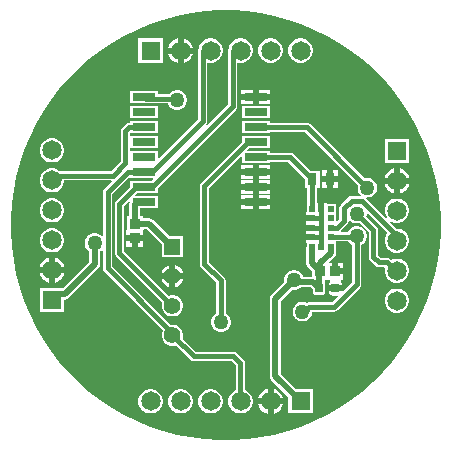
<source format=gtl>
G04*
G04 #@! TF.GenerationSoftware,Altium Limited,Altium Designer,25.8.1 (18)*
G04*
G04 Layer_Physical_Order=1*
G04 Layer_Color=255*
%FSLAX25Y25*%
%MOIN*%
G70*
G04*
G04 #@! TF.SameCoordinates,A6EE73D6-A97E-425F-8DD4-44423C1B3C0A*
G04*
G04*
G04 #@! TF.FilePolarity,Positive*
G04*
G01*
G75*
%ADD13R,0.07677X0.02559*%
%ADD14R,0.01968X0.01968*%
%ADD15R,0.03740X0.03740*%
G04:AMPARAMS|DCode=16|XSize=29.92mil|YSize=26mil|CornerRadius=3.25mil|HoleSize=0mil|Usage=FLASHONLY|Rotation=90.000|XOffset=0mil|YOffset=0mil|HoleType=Round|Shape=RoundedRectangle|*
%AMROUNDEDRECTD16*
21,1,0.02992,0.01950,0,0,90.0*
21,1,0.02342,0.02600,0,0,90.0*
1,1,0.00650,0.00975,0.01171*
1,1,0.00650,0.00975,-0.01171*
1,1,0.00650,-0.00975,-0.01171*
1,1,0.00650,-0.00975,0.01171*
%
%ADD16ROUNDEDRECTD16*%
%ADD17R,0.03740X0.03740*%
%ADD18R,0.03150X0.03937*%
%ADD32C,0.01968*%
%ADD33C,0.01500*%
%ADD34C,0.06496*%
%ADD35C,0.05512*%
%ADD36R,0.06496X0.06496*%
%ADD37R,0.06496X0.06496*%
%ADD38R,0.05512X0.05512*%
%ADD39C,0.05000*%
%ADD40C,0.15748*%
G36*
X400726Y386284D02*
X405375Y385672D01*
X409975Y384757D01*
X414505Y383543D01*
X418946Y382036D01*
X423279Y380241D01*
X427485Y378167D01*
X431547Y375822D01*
X435446Y373216D01*
X439167Y370361D01*
X442693Y367269D01*
X446009Y363953D01*
X449102Y360427D01*
X451957Y356706D01*
X454562Y352807D01*
X456907Y348745D01*
X458981Y344539D01*
X460776Y340206D01*
X462284Y335765D01*
X463497Y331235D01*
X464412Y326635D01*
X465025Y321985D01*
X465331Y317306D01*
Y312616D01*
X465025Y307936D01*
X464412Y303286D01*
X463497Y298686D01*
X462284Y294156D01*
X460776Y289715D01*
X458981Y285382D01*
X456907Y281176D01*
X454562Y277115D01*
X451957Y273215D01*
X449102Y269495D01*
X446009Y265968D01*
X442693Y262652D01*
X439167Y259560D01*
X435446Y256705D01*
X431547Y254099D01*
X427485Y251754D01*
X423279Y249680D01*
X418946Y247885D01*
X414505Y246378D01*
X409975Y245164D01*
X405375Y244249D01*
X400726Y243637D01*
X396046Y243330D01*
X391356D01*
X386676Y243637D01*
X382026Y244249D01*
X377427Y245164D01*
X372896Y246378D01*
X368456Y247885D01*
X364123Y249680D01*
X359916Y251754D01*
X355855Y254099D01*
X351955Y256705D01*
X348235Y259560D01*
X344708Y262652D01*
X341392Y265968D01*
X338300Y269495D01*
X335445Y273215D01*
X332839Y277115D01*
X330494Y281176D01*
X328420Y285382D01*
X326625Y289715D01*
X325118Y294156D01*
X323904Y298686D01*
X322989Y303286D01*
X322377Y307936D01*
X322070Y312616D01*
Y317306D01*
X322377Y321985D01*
X322989Y326635D01*
X323904Y331235D01*
X325118Y335765D01*
X326625Y340206D01*
X328420Y344539D01*
X330494Y348745D01*
X332839Y352807D01*
X335445Y356706D01*
X338300Y360427D01*
X341392Y363953D01*
X344709Y367269D01*
X348235Y370361D01*
X351955Y373216D01*
X355855Y375822D01*
X359916Y378167D01*
X364123Y380241D01*
X368455Y382036D01*
X372896Y383543D01*
X377427Y384757D01*
X382026Y385672D01*
X386676Y386284D01*
X391356Y386591D01*
X396046D01*
X400726Y386284D01*
D02*
G37*
%LPC*%
G36*
X379661Y377358D02*
Y374228D01*
X382791D01*
X382620Y374868D01*
X382061Y375837D01*
X381270Y376628D01*
X380301Y377187D01*
X379661Y377358D01*
D02*
G37*
G36*
X377661Y377358D02*
X377022Y377187D01*
X376053Y376628D01*
X375262Y375837D01*
X374703Y374868D01*
X374532Y374228D01*
X377661D01*
Y377358D01*
D02*
G37*
G36*
X419193Y377264D02*
X418130D01*
X417104Y376989D01*
X416184Y376458D01*
X415432Y375706D01*
X414901Y374786D01*
X414626Y373760D01*
Y372697D01*
X414901Y371671D01*
X415432Y370750D01*
X416184Y369999D01*
X417104Y369468D01*
X418130Y369193D01*
X419193D01*
X420219Y369468D01*
X421139Y369999D01*
X421891Y370750D01*
X422422Y371671D01*
X422697Y372697D01*
Y373760D01*
X422422Y374786D01*
X421891Y375706D01*
X421139Y376458D01*
X420219Y376989D01*
X419193Y377264D01*
D02*
G37*
G36*
X409193D02*
X408130D01*
X407104Y376989D01*
X406184Y376458D01*
X405432Y375706D01*
X404901Y374786D01*
X404626Y373760D01*
Y372697D01*
X404901Y371671D01*
X405432Y370750D01*
X406184Y369999D01*
X407104Y369468D01*
X408130Y369193D01*
X409193D01*
X410219Y369468D01*
X411139Y369999D01*
X411891Y370750D01*
X412422Y371671D01*
X412697Y372697D01*
Y373760D01*
X412422Y374786D01*
X411891Y375706D01*
X411139Y376458D01*
X410219Y376989D01*
X409193Y377264D01*
D02*
G37*
G36*
X399193D02*
X398130D01*
X397104Y376989D01*
X396184Y376458D01*
X395432Y375706D01*
X394901Y374786D01*
X394664Y373902D01*
X394615Y373828D01*
X394496Y373228D01*
Y355295D01*
X371744Y332543D01*
X371364Y332659D01*
X371352Y332718D01*
X387171Y348537D01*
X387511Y349046D01*
X387631Y349646D01*
Y369039D01*
X387908Y369252D01*
X388130Y369193D01*
X389193D01*
X390219Y369468D01*
X391139Y369999D01*
X391891Y370750D01*
X392422Y371671D01*
X392697Y372697D01*
Y373760D01*
X392422Y374786D01*
X391891Y375706D01*
X391139Y376458D01*
X390219Y376989D01*
X389193Y377264D01*
X388130D01*
X387104Y376989D01*
X386184Y376458D01*
X385432Y375706D01*
X384901Y374786D01*
X384664Y373902D01*
X384615Y373828D01*
X384495Y373228D01*
Y350295D01*
X371485Y337284D01*
X371161Y337418D01*
Y339744D01*
X361910D01*
X361839Y340065D01*
Y340289D01*
X361910Y340610D01*
X362189Y340610D01*
X371161D01*
Y344744D01*
X362189D01*
X361910Y344744D01*
X361839Y345065D01*
Y345289D01*
X361910Y345610D01*
X371161D01*
Y349744D01*
X361910D01*
Y349245D01*
X361597D01*
X360997Y349125D01*
X360488Y348786D01*
X359163Y347460D01*
X358823Y346952D01*
X358704Y346352D01*
Y336290D01*
X355467Y333054D01*
X338480D01*
X338305Y333229D01*
X337384Y333760D01*
X336358Y334035D01*
X335296D01*
X334269Y333760D01*
X333349Y333229D01*
X332598Y332478D01*
X332066Y331558D01*
X331791Y330531D01*
Y329469D01*
X332066Y328442D01*
X332598Y327522D01*
X333349Y326771D01*
X334269Y326240D01*
X335296Y325965D01*
X336358D01*
X337384Y326240D01*
X338305Y326771D01*
X339056Y327522D01*
X339587Y328442D01*
X339862Y329469D01*
Y329919D01*
X355591D01*
X355725Y329595D01*
X353222Y327093D01*
X352883Y326584D01*
X352763Y325984D01*
Y311436D01*
X352413Y311291D01*
X352018Y311686D01*
X351269Y312119D01*
X350433Y312343D01*
X349567D01*
X348731Y312119D01*
X347982Y311686D01*
X347369Y311074D01*
X346937Y310324D01*
X346713Y309488D01*
Y308622D01*
X346937Y307786D01*
X347369Y307037D01*
X347982Y306424D01*
X348194Y306302D01*
Y302717D01*
X339512Y294035D01*
X331791D01*
Y285965D01*
X339862D01*
Y290241D01*
X340079D01*
X340770Y290378D01*
X341356Y290770D01*
X351277Y300691D01*
X351669Y301277D01*
X351806Y301969D01*
Y306302D01*
X352018Y306424D01*
X352413Y306819D01*
X352763Y306674D01*
Y300787D01*
X352883Y300187D01*
X353222Y299679D01*
X372867Y280034D01*
X372682Y279714D01*
X372441Y278813D01*
Y277880D01*
X372682Y276979D01*
X373149Y276171D01*
X373809Y275511D01*
X374617Y275045D01*
X375518Y274803D01*
X376451D01*
X377129Y274985D01*
X381962Y270151D01*
X382471Y269812D01*
X383071Y269692D01*
X395659D01*
X397015Y268336D01*
Y260008D01*
X396184Y259528D01*
X395432Y258777D01*
X394901Y257857D01*
X394626Y256831D01*
Y255768D01*
X394901Y254742D01*
X395432Y253821D01*
X396184Y253070D01*
X397104Y252539D01*
X398130Y252264D01*
X399193D01*
X400219Y252539D01*
X401139Y253070D01*
X401891Y253821D01*
X402422Y254742D01*
X402697Y255768D01*
Y256831D01*
X402422Y257857D01*
X401891Y258777D01*
X401139Y259528D01*
X400219Y260060D01*
X400150Y260078D01*
Y268986D01*
X400031Y269586D01*
X399691Y270094D01*
X397417Y272368D01*
X396908Y272708D01*
X396308Y272827D01*
X383720D01*
X379346Y277202D01*
X379528Y277880D01*
Y278813D01*
X379286Y279714D01*
X378820Y280522D01*
X378160Y281182D01*
X377352Y281648D01*
X376451Y281890D01*
X375518D01*
X375461Y281874D01*
X355898Y301437D01*
Y325335D01*
X361560Y330996D01*
X361910Y330851D01*
Y330610D01*
X369354D01*
X369487Y330287D01*
X368945Y329744D01*
X361910D01*
Y327827D01*
X357159Y323077D01*
X356820Y322568D01*
X356700Y321969D01*
Y305906D01*
X356820Y305306D01*
X357159Y304797D01*
X372623Y289334D01*
X372441Y288655D01*
Y287722D01*
X372682Y286821D01*
X373149Y286013D01*
X373809Y285354D01*
X374617Y284887D01*
X375518Y284646D01*
X376451D01*
X377352Y284887D01*
X378160Y285354D01*
X378820Y286013D01*
X379286Y286821D01*
X379528Y287722D01*
Y288655D01*
X379286Y289557D01*
X378820Y290365D01*
X378160Y291024D01*
X377352Y291491D01*
X376451Y291732D01*
X375518D01*
X374839Y291550D01*
X359835Y306555D01*
Y321319D01*
X361397Y322881D01*
X361699Y322688D01*
X361579Y322087D01*
Y318209D01*
X360728D01*
Y313500D01*
X360516D01*
Y311630D01*
X366256D01*
Y313500D01*
X366505Y313745D01*
X367559D01*
X372441Y308863D01*
Y304331D01*
X379528D01*
Y311417D01*
X374995D01*
X369584Y316828D01*
X368998Y317220D01*
X368307Y317357D01*
X366043D01*
Y318209D01*
X365192D01*
Y320610D01*
X371161D01*
Y324744D01*
X363717D01*
X363583Y325067D01*
X364126Y325610D01*
X371161D01*
Y327527D01*
X397171Y353537D01*
X397511Y354046D01*
X397631Y354646D01*
Y369039D01*
X397908Y369252D01*
X398130Y369193D01*
X399193D01*
X400219Y369468D01*
X401139Y369999D01*
X401891Y370750D01*
X402422Y371671D01*
X402697Y372697D01*
Y373760D01*
X402422Y374786D01*
X401891Y375706D01*
X401139Y376458D01*
X400219Y376989D01*
X399193Y377264D01*
D02*
G37*
G36*
X372697D02*
X364626D01*
Y369193D01*
X372697D01*
Y377264D01*
D02*
G37*
G36*
X382791Y372228D02*
X379661D01*
Y369098D01*
X380301Y369270D01*
X381270Y369829D01*
X382061Y370620D01*
X382620Y371589D01*
X382791Y372228D01*
D02*
G37*
G36*
X377661D02*
X374532D01*
X374703Y371589D01*
X375262Y370620D01*
X376053Y369829D01*
X377022Y369270D01*
X377661Y369098D01*
Y372228D01*
D02*
G37*
G36*
X377992Y359980D02*
X377126D01*
X376290Y359756D01*
X375540Y359324D01*
X374970Y358753D01*
X371161D01*
Y359744D01*
X361910D01*
Y355610D01*
X371161D01*
Y355617D01*
X374444D01*
X374496Y355424D01*
X374928Y354674D01*
X375540Y354062D01*
X376290Y353629D01*
X377126Y353405D01*
X377992D01*
X378828Y353629D01*
X379578Y354062D01*
X380190Y354674D01*
X380622Y355424D01*
X380847Y356260D01*
Y357126D01*
X380622Y357962D01*
X380190Y358711D01*
X379578Y359324D01*
X378828Y359756D01*
X377992Y359980D01*
D02*
G37*
G36*
X408579Y359957D02*
X404740D01*
Y358677D01*
X408579D01*
Y359957D01*
D02*
G37*
G36*
X402740D02*
X398902D01*
Y358677D01*
X402740D01*
Y359957D01*
D02*
G37*
G36*
X408579Y356677D02*
X404740D01*
Y355398D01*
X408579D01*
Y356677D01*
D02*
G37*
G36*
X402740D02*
X398902D01*
Y355398D01*
X402740D01*
Y356677D01*
D02*
G37*
G36*
X408366Y354744D02*
X399114D01*
Y350610D01*
X408366D01*
Y354744D01*
D02*
G37*
G36*
X371161D02*
X361910D01*
Y350610D01*
X371161D01*
Y354744D01*
D02*
G37*
G36*
X336358Y344035D02*
X335296D01*
X334269Y343760D01*
X333349Y343229D01*
X332598Y342478D01*
X332066Y341558D01*
X331791Y340531D01*
Y339469D01*
X332066Y338442D01*
X332598Y337522D01*
X333349Y336771D01*
X334269Y336240D01*
X335296Y335965D01*
X336358D01*
X337384Y336240D01*
X338305Y336771D01*
X339056Y337522D01*
X339587Y338442D01*
X339862Y339469D01*
Y340531D01*
X339587Y341558D01*
X339056Y342478D01*
X338305Y343229D01*
X337384Y343760D01*
X336358Y344035D01*
D02*
G37*
G36*
X454823Y343878D02*
X446752D01*
Y335807D01*
X454823D01*
Y343878D01*
D02*
G37*
G36*
X408579Y334957D02*
X404740D01*
Y333677D01*
X408579D01*
Y334957D01*
D02*
G37*
G36*
X402740D02*
X398902D01*
Y333677D01*
X402740D01*
Y334957D01*
D02*
G37*
G36*
X431118Y333283D02*
X429543D01*
Y331315D01*
X431118D01*
Y333283D01*
D02*
G37*
G36*
X427543D02*
X425969D01*
Y331315D01*
X427543D01*
Y333283D01*
D02*
G37*
G36*
X451787Y333973D02*
Y330842D01*
X454917D01*
X454746Y331482D01*
X454187Y332451D01*
X453396Y333242D01*
X452427Y333801D01*
X451787Y333973D01*
D02*
G37*
G36*
X449787D02*
X449148Y333801D01*
X448179Y333242D01*
X447388Y332451D01*
X446829Y331482D01*
X446658Y330842D01*
X449787D01*
Y333973D01*
D02*
G37*
G36*
X408579Y331677D02*
X404740D01*
Y330398D01*
X408579D01*
Y331677D01*
D02*
G37*
G36*
X402740D02*
X398902D01*
Y330398D01*
X402740D01*
Y331677D01*
D02*
G37*
G36*
X408579Y329957D02*
X404740D01*
Y328677D01*
X408579D01*
Y329957D01*
D02*
G37*
G36*
X402740D02*
X398902D01*
Y328677D01*
X402740D01*
Y329957D01*
D02*
G37*
G36*
X431118Y329315D02*
X429543D01*
Y327346D01*
X431118D01*
Y329315D01*
D02*
G37*
G36*
X427543D02*
X425969D01*
Y327346D01*
X427543D01*
Y329315D01*
D02*
G37*
G36*
X454917Y328842D02*
X451787D01*
Y325713D01*
X452427Y325884D01*
X453396Y326443D01*
X454187Y327234D01*
X454746Y328203D01*
X454917Y328842D01*
D02*
G37*
G36*
X449787D02*
X446658D01*
X446829Y328203D01*
X447388Y327234D01*
X448179Y326443D01*
X449148Y325884D01*
X449787Y325713D01*
Y328842D01*
D02*
G37*
G36*
X408579Y326677D02*
X404740D01*
Y325398D01*
X408579D01*
Y326677D01*
D02*
G37*
G36*
X402740D02*
X398902D01*
Y325398D01*
X402740D01*
Y326677D01*
D02*
G37*
G36*
X408579Y324957D02*
X404740D01*
Y323677D01*
X408579D01*
Y324957D01*
D02*
G37*
G36*
X402740D02*
X398902D01*
Y323677D01*
X402740D01*
Y324957D01*
D02*
G37*
G36*
X408579Y321677D02*
X404740D01*
Y320398D01*
X408579D01*
Y321677D01*
D02*
G37*
G36*
X402740D02*
X398902D01*
Y320398D01*
X402740D01*
Y321677D01*
D02*
G37*
G36*
X408366Y349744D02*
X399114D01*
Y345610D01*
X408366D01*
Y346110D01*
X420178D01*
X437792Y328495D01*
X437657Y327992D01*
Y327126D01*
X437882Y326290D01*
X438314Y325540D01*
X438709Y325146D01*
X438564Y324796D01*
X435722D01*
X435122Y324676D01*
X434614Y324337D01*
X432043Y321766D01*
X431703Y321258D01*
X431584Y320658D01*
Y317150D01*
X430835Y316401D01*
X430512Y316535D01*
Y318701D01*
Y322244D01*
X427575D01*
Y322457D01*
X426591D01*
Y320472D01*
X424591D01*
Y322457D01*
X424107D01*
Y327559D01*
X425000D01*
Y333071D01*
X422099D01*
X416384Y338786D01*
X415875Y339125D01*
X415276Y339245D01*
X408366D01*
Y339744D01*
X400922D01*
X400788Y340068D01*
X401331Y340610D01*
X408366D01*
Y344744D01*
X399114D01*
Y342827D01*
X385506Y329219D01*
X385166Y328710D01*
X385047Y328110D01*
Y302127D01*
X385166Y301527D01*
X385506Y301019D01*
X390559Y295966D01*
Y285568D01*
X390107Y285308D01*
X389495Y284696D01*
X389063Y283946D01*
X388839Y283110D01*
Y282244D01*
X389063Y281408D01*
X389495Y280659D01*
X390107Y280047D01*
X390857Y279614D01*
X391693Y279390D01*
X392559D01*
X393395Y279614D01*
X394145Y280047D01*
X394757Y280659D01*
X395189Y281408D01*
X395413Y282244D01*
Y283110D01*
X395189Y283946D01*
X394757Y284696D01*
X394145Y285308D01*
X393693Y285568D01*
Y296615D01*
X393574Y297215D01*
X393234Y297724D01*
X388182Y302776D01*
Y327461D01*
X398791Y338070D01*
X399114Y337936D01*
Y335610D01*
X408366D01*
Y336110D01*
X414626D01*
X420276Y330460D01*
Y327559D01*
X420972D01*
Y322244D01*
X420669D01*
Y319307D01*
X420457D01*
Y318323D01*
X422441D01*
Y316323D01*
X420457D01*
Y315339D01*
Y315173D01*
X422441D01*
Y313173D01*
X420457D01*
Y312189D01*
Y312024D01*
X422441D01*
Y310024D01*
X420457D01*
Y309039D01*
X420669D01*
Y308049D01*
X420635Y307874D01*
Y302264D01*
X420772Y301572D01*
X421164Y300987D01*
X422441Y299709D01*
Y297869D01*
X419603D01*
X419574Y297979D01*
X419141Y298728D01*
X418529Y299341D01*
X417780Y299773D01*
X416944Y299997D01*
X416078D01*
X415242Y299773D01*
X414492Y299341D01*
X413880Y298728D01*
X413447Y297979D01*
X413223Y297143D01*
Y296277D01*
X413287Y296041D01*
X408959Y291713D01*
X408567Y291127D01*
X408430Y290435D01*
Y264724D01*
X408567Y264033D01*
X408959Y263447D01*
X414626Y257780D01*
Y252264D01*
X422697D01*
Y260335D01*
X417181D01*
X412043Y265473D01*
Y289687D01*
X415841Y293486D01*
X416078Y293423D01*
X416944D01*
X417780Y293647D01*
X418529Y294079D01*
X418707Y294257D01*
X422086D01*
X422694Y293649D01*
Y292923D01*
X422780Y292489D01*
X423026Y292122D01*
X423394Y291876D01*
X423828Y291789D01*
X425778D01*
X426212Y291876D01*
X426580Y292122D01*
X426826Y292489D01*
X426912Y292923D01*
Y295266D01*
X426826Y295700D01*
X426757Y295803D01*
Y296949D01*
X427150D01*
Y296736D01*
X428526D01*
X428632Y296386D01*
X428385Y296221D01*
X428092Y295782D01*
X427989Y295266D01*
Y295094D01*
X430315D01*
X432641D01*
Y295266D01*
X432538Y295782D01*
X432245Y296221D01*
X431998Y296386D01*
X432104Y296736D01*
X432890D01*
Y298606D01*
X430020D01*
Y299606D01*
X429020D01*
Y302476D01*
X428439D01*
X428305Y302800D01*
X430018Y304513D01*
X430409Y305099D01*
X430547Y305790D01*
Y307874D01*
X430512Y308049D01*
Y309653D01*
X434624D01*
X434771Y309399D01*
X435383Y308787D01*
X435834Y308526D01*
Y295925D01*
X432991Y293082D01*
X432960Y293094D01*
X430315D01*
X427989D01*
Y292923D01*
X428092Y292406D01*
X428385Y291968D01*
X428823Y291675D01*
X429340Y291572D01*
X430987D01*
X431132Y291223D01*
X429272Y289363D01*
X421583D01*
X420983Y289244D01*
X420820Y289134D01*
X420560Y289284D01*
X419724Y289508D01*
X418859D01*
X418022Y289284D01*
X417273Y288851D01*
X416661Y288239D01*
X416228Y287489D01*
X416004Y286653D01*
Y285788D01*
X416228Y284952D01*
X416661Y284202D01*
X417273Y283590D01*
X418022Y283157D01*
X418859Y282933D01*
X419724D01*
X420560Y283157D01*
X421310Y283590D01*
X421922Y284202D01*
X422355Y284952D01*
X422579Y285788D01*
Y286228D01*
X429921D01*
X430521Y286347D01*
X431030Y286687D01*
X438510Y294167D01*
X438850Y294676D01*
X438969Y295276D01*
Y308526D01*
X439420Y308787D01*
X440032Y309399D01*
X440465Y310148D01*
X440689Y310984D01*
Y311850D01*
X440465Y312686D01*
X440032Y313436D01*
X439420Y314048D01*
X438670Y314481D01*
X437834Y314705D01*
X436969D01*
X436133Y314481D01*
X435383Y314048D01*
X434771Y313436D01*
X434397Y312788D01*
X432109D01*
X432006Y313138D01*
X434260Y315392D01*
X434600Y315900D01*
X434708Y316447D01*
X434859Y316533D01*
X435069Y316581D01*
X435383Y316267D01*
X436133Y315834D01*
X436969Y315610D01*
X437834D01*
X438337Y315745D01*
X441346Y312737D01*
Y304479D01*
X441465Y303879D01*
X441805Y303370D01*
X443645Y301530D01*
X444154Y301190D01*
X444754Y301071D01*
X446592D01*
X446852Y300749D01*
X446752Y300374D01*
Y299311D01*
X447027Y298285D01*
X447558Y297365D01*
X448310Y296613D01*
X449230Y296082D01*
X450256Y295807D01*
X451319D01*
X452345Y296082D01*
X453265Y296613D01*
X454017Y297365D01*
X454548Y298285D01*
X454823Y299311D01*
Y300374D01*
X454548Y301400D01*
X454017Y302320D01*
X453265Y303072D01*
X452345Y303603D01*
X451319Y303878D01*
X450256D01*
X449230Y303603D01*
X448886Y303404D01*
X448543Y303747D01*
X448034Y304087D01*
X447435Y304206D01*
X445403D01*
X444481Y305128D01*
Y313386D01*
X444362Y313986D01*
X444022Y314494D01*
X440554Y317962D01*
X440689Y318465D01*
Y318909D01*
X441039Y319054D01*
X447665Y312427D01*
X447558Y312320D01*
X447027Y311400D01*
X446752Y310374D01*
Y309311D01*
X447027Y308285D01*
X447558Y307365D01*
X448310Y306613D01*
X449230Y306082D01*
X450256Y305807D01*
X451319D01*
X452345Y306082D01*
X453265Y306613D01*
X454017Y307365D01*
X454548Y308285D01*
X454823Y309311D01*
Y310374D01*
X454548Y311400D01*
X454017Y312320D01*
X453265Y313072D01*
X452345Y313603D01*
X451319Y313878D01*
X450648D01*
X448328Y316199D01*
X448542Y316479D01*
X449230Y316082D01*
X450256Y315807D01*
X451319D01*
X452345Y316082D01*
X453265Y316613D01*
X454017Y317365D01*
X454548Y318285D01*
X454823Y319311D01*
Y320374D01*
X454548Y321400D01*
X454017Y322320D01*
X453265Y323072D01*
X452345Y323603D01*
X451319Y323878D01*
X450256D01*
X449230Y323603D01*
X448310Y323072D01*
X447558Y322320D01*
X447027Y321400D01*
X446752Y320374D01*
Y319311D01*
X447027Y318285D01*
X447424Y317598D01*
X447144Y317383D01*
X440605Y323922D01*
X440750Y324272D01*
X441378D01*
X442214Y324496D01*
X442963Y324928D01*
X443575Y325540D01*
X444008Y326290D01*
X444232Y327126D01*
Y327992D01*
X444008Y328828D01*
X443575Y329578D01*
X442963Y330190D01*
X442214Y330622D01*
X441378Y330847D01*
X440512D01*
X440009Y330712D01*
X421935Y348786D01*
X421427Y349125D01*
X420827Y349245D01*
X408366D01*
Y349744D01*
D02*
G37*
G36*
X336358Y324035D02*
X335296D01*
X334269Y323760D01*
X333349Y323229D01*
X332598Y322478D01*
X332066Y321558D01*
X331791Y320531D01*
Y319469D01*
X332066Y318442D01*
X332598Y317522D01*
X333349Y316771D01*
X334269Y316240D01*
X335296Y315965D01*
X336358D01*
X337384Y316240D01*
X338305Y316771D01*
X339056Y317522D01*
X339587Y318442D01*
X339862Y319469D01*
Y320531D01*
X339587Y321558D01*
X339056Y322478D01*
X338305Y323229D01*
X337384Y323760D01*
X336358Y324035D01*
D02*
G37*
G36*
X366256Y309630D02*
X364386D01*
Y307760D01*
X366256D01*
Y309630D01*
D02*
G37*
G36*
X362386D02*
X360516D01*
Y307760D01*
X362386D01*
Y309630D01*
D02*
G37*
G36*
X336358Y314035D02*
X335296D01*
X334269Y313760D01*
X333349Y313229D01*
X332598Y312478D01*
X332066Y311558D01*
X331791Y310531D01*
Y309469D01*
X332066Y308442D01*
X332598Y307522D01*
X333349Y306771D01*
X334269Y306240D01*
X335296Y305965D01*
X336358D01*
X337384Y306240D01*
X338305Y306771D01*
X339056Y307522D01*
X339587Y308442D01*
X339862Y309469D01*
Y310531D01*
X339587Y311558D01*
X339056Y312478D01*
X338305Y313229D01*
X337384Y313760D01*
X336358Y314035D01*
D02*
G37*
G36*
X336827Y304130D02*
Y301000D01*
X339957D01*
X339785Y301640D01*
X339226Y302608D01*
X338435Y303399D01*
X337466Y303959D01*
X336827Y304130D01*
D02*
G37*
G36*
X334827Y304130D02*
X334187Y303959D01*
X333218Y303399D01*
X332428Y302608D01*
X331868Y301640D01*
X331697Y301000D01*
X334827D01*
Y304130D01*
D02*
G37*
G36*
X432890Y302476D02*
X431020D01*
Y300606D01*
X432890D01*
Y302476D01*
D02*
G37*
G36*
X376984Y301652D02*
Y299031D01*
X379605D01*
X379484Y299481D01*
X378990Y300338D01*
X378290Y301037D01*
X377434Y301531D01*
X376984Y301652D01*
D02*
G37*
G36*
X374984Y301652D02*
X374535Y301531D01*
X373678Y301037D01*
X372979Y300338D01*
X372484Y299481D01*
X372364Y299031D01*
X374984D01*
Y301652D01*
D02*
G37*
G36*
X334827Y299000D02*
X331697D01*
X331868Y298360D01*
X332428Y297392D01*
X333218Y296601D01*
X334187Y296041D01*
X334827Y295870D01*
Y299000D01*
D02*
G37*
G36*
X339957D02*
X336827D01*
Y295870D01*
X337466Y296041D01*
X338435Y296601D01*
X339226Y297392D01*
X339785Y298360D01*
X339957Y299000D01*
D02*
G37*
G36*
X374984Y297031D02*
X372364D01*
X372484Y296582D01*
X372979Y295725D01*
X373678Y295026D01*
X374535Y294532D01*
X374984Y294411D01*
Y297031D01*
D02*
G37*
G36*
X379605D02*
X376984D01*
Y294411D01*
X377434Y294532D01*
X378290Y295026D01*
X378990Y295725D01*
X379484Y296582D01*
X379605Y297031D01*
D02*
G37*
G36*
X451319Y293878D02*
X450256D01*
X449230Y293603D01*
X448310Y293072D01*
X447558Y292320D01*
X447027Y291400D01*
X446752Y290374D01*
Y289311D01*
X447027Y288285D01*
X447558Y287365D01*
X448310Y286613D01*
X449230Y286082D01*
X450256Y285807D01*
X451319D01*
X452345Y286082D01*
X453265Y286613D01*
X454017Y287365D01*
X454548Y288285D01*
X454823Y289311D01*
Y290374D01*
X454548Y291400D01*
X454017Y292320D01*
X453265Y293072D01*
X452345Y293603D01*
X451319Y293878D01*
D02*
G37*
G36*
X409661Y260429D02*
Y257299D01*
X412791D01*
X412620Y257939D01*
X412061Y258908D01*
X411270Y259699D01*
X410301Y260258D01*
X409661Y260429D01*
D02*
G37*
G36*
X407661D02*
X407022Y260258D01*
X406053Y259699D01*
X405262Y258908D01*
X404703Y257939D01*
X404531Y257299D01*
X407661D01*
Y260429D01*
D02*
G37*
G36*
X389193Y260335D02*
X388130D01*
X387104Y260060D01*
X386184Y259528D01*
X385432Y258777D01*
X384901Y257857D01*
X384626Y256831D01*
Y255768D01*
X384901Y254742D01*
X385432Y253821D01*
X386184Y253070D01*
X387104Y252539D01*
X388130Y252264D01*
X389193D01*
X390219Y252539D01*
X391139Y253070D01*
X391891Y253821D01*
X392422Y254742D01*
X392697Y255768D01*
Y256831D01*
X392422Y257857D01*
X391891Y258777D01*
X391139Y259528D01*
X390219Y260060D01*
X389193Y260335D01*
D02*
G37*
G36*
X379193D02*
X378130D01*
X377104Y260060D01*
X376184Y259528D01*
X375432Y258777D01*
X374901Y257857D01*
X374626Y256831D01*
Y255768D01*
X374901Y254742D01*
X375432Y253821D01*
X376184Y253070D01*
X377104Y252539D01*
X378130Y252264D01*
X379193D01*
X380219Y252539D01*
X381139Y253070D01*
X381891Y253821D01*
X382422Y254742D01*
X382697Y255768D01*
Y256831D01*
X382422Y257857D01*
X381891Y258777D01*
X381139Y259528D01*
X380219Y260060D01*
X379193Y260335D01*
D02*
G37*
G36*
X369193D02*
X368130D01*
X367104Y260060D01*
X366184Y259528D01*
X365432Y258777D01*
X364901Y257857D01*
X364626Y256831D01*
Y255768D01*
X364901Y254742D01*
X365432Y253821D01*
X366184Y253070D01*
X367104Y252539D01*
X368130Y252264D01*
X369193D01*
X370219Y252539D01*
X371139Y253070D01*
X371891Y253821D01*
X372422Y254742D01*
X372697Y255768D01*
Y256831D01*
X372422Y257857D01*
X371891Y258777D01*
X371139Y259528D01*
X370219Y260060D01*
X369193Y260335D01*
D02*
G37*
G36*
X412791Y255299D02*
X409661D01*
Y252169D01*
X410301Y252341D01*
X411270Y252900D01*
X412061Y253691D01*
X412620Y254660D01*
X412791Y255299D01*
D02*
G37*
G36*
X407661D02*
X404531D01*
X404703Y254660D01*
X405262Y253691D01*
X406053Y252900D01*
X407022Y252341D01*
X407661Y252169D01*
Y255299D01*
D02*
G37*
%LPD*%
D13*
X366535Y332677D02*
D03*
X403740Y347677D02*
D03*
X366535Y327677D02*
D03*
Y322677D02*
D03*
Y357677D02*
D03*
X403740Y332677D02*
D03*
Y322677D02*
D03*
Y327677D02*
D03*
Y357677D02*
D03*
Y337677D02*
D03*
Y342677D02*
D03*
Y352677D02*
D03*
X366535D02*
D03*
Y347677D02*
D03*
Y342677D02*
D03*
Y337677D02*
D03*
D14*
X428740Y314173D02*
D03*
Y307874D02*
D03*
X422441D02*
D03*
Y320472D02*
D03*
X428740Y311024D02*
D03*
X425591Y320472D02*
D03*
Y307874D02*
D03*
X422441Y311024D02*
D03*
Y317323D02*
D03*
Y314173D02*
D03*
X428740Y320472D02*
D03*
Y317323D02*
D03*
D15*
X425098Y299606D02*
D03*
X430020D02*
D03*
D16*
X424803Y294094D02*
D03*
X430315D02*
D03*
D17*
X363386Y315551D02*
D03*
Y310630D02*
D03*
D18*
X422638Y330315D02*
D03*
X428543D02*
D03*
D32*
X425197Y299705D02*
Y302246D01*
X428740Y305790D02*
Y307874D01*
X425197Y302246D02*
X428740Y305790D01*
X424951Y294242D02*
Y299459D01*
X424057Y294841D02*
X424803Y294094D01*
X422835Y296063D02*
X424057Y294841D01*
X335827Y292047D02*
X340079D01*
X410236Y264724D02*
Y290435D01*
X416511Y296710D01*
X410236Y264724D02*
X418661Y256299D01*
X422441Y302264D02*
Y307874D01*
Y302264D02*
X425098Y299606D01*
X416673Y296063D02*
X422835D01*
X363386Y315551D02*
X368307D01*
X363386D02*
Y322087D01*
X368307Y315551D02*
X375984Y307874D01*
X350000Y301969D02*
Y309055D01*
X340079Y292047D02*
X350000Y301969D01*
D33*
X425098Y299606D02*
X425197Y299705D01*
X425591Y317323D02*
Y320472D01*
X422441Y317323D02*
X425591D01*
Y314173D02*
Y317323D01*
X425591Y314173D02*
X425591Y314173D01*
X422441Y314173D02*
X425591D01*
Y311024D02*
X425591Y311024D01*
X422441Y311024D02*
X425591D01*
X425591Y311024D02*
Y314173D01*
Y307874D02*
Y311024D01*
X435722Y323228D02*
X439081D01*
X433152Y320658D02*
X435722Y323228D01*
X439081D02*
X449831Y312478D01*
Y310799D02*
Y312478D01*
X430824Y314173D02*
X433152Y316500D01*
X396063Y354646D02*
Y373228D01*
X433152Y316500D02*
Y320658D01*
X428740Y314173D02*
X430824D01*
X449831Y310799D02*
X450787Y309842D01*
X363976Y327677D02*
X366535D01*
X369094D02*
X396063Y354646D01*
X366535Y327677D02*
X369094D01*
X358268Y321969D02*
X363976Y327677D01*
X358268Y305906D02*
Y321969D01*
Y305906D02*
X375984Y288189D01*
X424951Y299459D02*
X425098Y299606D01*
X424057Y294841D02*
X424253D01*
X424803Y294094D02*
Y294291D01*
Y294094D02*
X424951Y294242D01*
X424253Y294841D02*
X424803Y294291D01*
X363976Y322677D02*
X366535D01*
X363386Y322087D02*
X363976Y322677D01*
X377067Y357185D02*
X377559Y356693D01*
X367028Y357185D02*
X377067D01*
X366535Y357677D02*
X367028Y357185D01*
X422539Y330217D02*
X422638Y330315D01*
X422539Y320571D02*
Y330217D01*
X422441Y320472D02*
X422539Y320571D01*
X422638Y330315D02*
Y330709D01*
X421813Y331534D02*
X422638Y330709D01*
X421419Y331534D02*
X421813D01*
X415276Y337677D02*
X421419Y331534D01*
X403740Y337677D02*
X415276D01*
X429921Y287795D02*
X437402Y295276D01*
X421583Y287795D02*
X429921D01*
X420008Y286221D02*
X421583Y287795D01*
X419291Y286221D02*
X420008D01*
X437205Y311221D02*
X437402Y311417D01*
X428937Y311221D02*
X437205D01*
X428740Y311024D02*
X428937Y311221D01*
X437402Y295276D02*
Y311417D01*
X398583Y256378D02*
Y268986D01*
Y256378D02*
X398661Y256299D01*
X386063Y349646D02*
Y373228D01*
X369094Y332677D02*
X386063Y349646D01*
X366535Y332677D02*
X369094D01*
X361024D02*
X366535D01*
X354331Y325984D02*
X361024Y332677D01*
X354331Y300787D02*
Y325984D01*
X375984Y278346D02*
X383071Y271260D01*
X396308D01*
X398583Y268986D01*
X354331Y300787D02*
X375984Y279134D01*
Y278346D02*
Y279134D01*
X356117Y331486D02*
X360271Y335641D01*
Y346352D01*
X335827Y332047D02*
X336388Y331486D01*
X356117D01*
X360271Y346352D02*
X361597Y347677D01*
X366535D01*
X442913Y304479D02*
X444754Y302639D01*
X442913Y304479D02*
Y313386D01*
X450231Y299843D02*
X450787D01*
X444754Y302639D02*
X447435D01*
X450231Y299843D01*
X420827Y347677D02*
X440945Y327559D01*
X403740Y347677D02*
X420827D01*
X437402Y318898D02*
X442913Y313386D01*
X386614Y328110D02*
X401181Y342677D01*
X386614Y302127D02*
X392126Y296615D01*
X386614Y302127D02*
Y328110D01*
X392126Y282677D02*
Y296615D01*
X401181Y342677D02*
X403740D01*
D34*
X398661Y373228D02*
D03*
X450787Y309842D02*
D03*
X335827Y320000D02*
D03*
X388661Y256299D02*
D03*
X408661Y373228D02*
D03*
X450787Y319843D02*
D03*
X388661Y373228D02*
D03*
X335827Y310000D02*
D03*
X398661Y256299D02*
D03*
X335827Y330000D02*
D03*
X450787Y299843D02*
D03*
X408661Y256299D02*
D03*
X378661Y373228D02*
D03*
X335827Y300000D02*
D03*
X450787Y329842D02*
D03*
X378661Y256299D02*
D03*
X368661D02*
D03*
X335827Y340000D02*
D03*
X450787Y289843D02*
D03*
X418661Y373228D02*
D03*
D35*
X375984Y288189D02*
D03*
Y278346D02*
D03*
Y298031D02*
D03*
D36*
X450787Y339843D02*
D03*
X335827Y290000D02*
D03*
D37*
X368661Y373228D02*
D03*
X418661Y256299D02*
D03*
D38*
X375984Y307874D02*
D03*
D39*
X377559Y323622D02*
D03*
X416511Y296710D02*
D03*
X350000Y309055D02*
D03*
X377559Y356693D02*
D03*
X419291Y286221D02*
D03*
X437402Y311417D02*
D03*
X440945Y327559D02*
D03*
X437402Y318898D02*
D03*
X416929Y342520D02*
D03*
X401575Y298819D02*
D03*
X412992Y324016D02*
D03*
X392126Y282677D02*
D03*
D40*
X437008Y354331D02*
D03*
X350394D02*
D03*
Y275590D02*
D03*
X435827Y272441D02*
D03*
M02*

</source>
